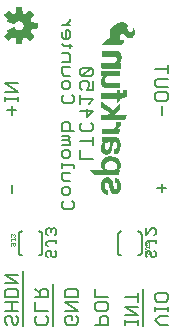
<source format=gbr>
G04 EAGLE Gerber RS-274X export*
G75*
%MOMM*%
%FSLAX34Y34*%
%LPD*%
%INSilkscreen Bottom*%
%IPPOS*%
%AMOC8*
5,1,8,0,0,1.08239X$1,22.5*%
G01*
%ADD10C,0.203200*%
%ADD11C,0.152400*%
%ADD12C,0.025400*%

G36*
X20985Y266955D02*
X20985Y266955D01*
X21093Y266969D01*
X21105Y266975D01*
X21119Y266977D01*
X21215Y267029D01*
X21312Y267076D01*
X21322Y267086D01*
X21334Y267092D01*
X21408Y267172D01*
X21485Y267248D01*
X21491Y267260D01*
X21501Y267271D01*
X21546Y267369D01*
X21594Y267466D01*
X21598Y267484D01*
X21602Y267493D01*
X21604Y267514D01*
X21623Y267611D01*
X22066Y271962D01*
X23225Y272333D01*
X23243Y272343D01*
X23340Y272381D01*
X24422Y272938D01*
X27812Y270174D01*
X27906Y270120D01*
X27998Y270063D01*
X28011Y270060D01*
X28023Y270053D01*
X28130Y270032D01*
X28235Y270007D01*
X28249Y270009D01*
X28263Y270006D01*
X28370Y270021D01*
X28478Y270031D01*
X28491Y270037D01*
X28505Y270039D01*
X28602Y270087D01*
X28701Y270132D01*
X28714Y270143D01*
X28723Y270147D01*
X28738Y270163D01*
X28815Y270225D01*
X31400Y272810D01*
X31463Y272899D01*
X31529Y272984D01*
X31534Y272997D01*
X31542Y273009D01*
X31573Y273112D01*
X31609Y273215D01*
X31609Y273229D01*
X31613Y273242D01*
X31609Y273350D01*
X31610Y273459D01*
X31605Y273472D01*
X31605Y273486D01*
X31567Y273588D01*
X31532Y273690D01*
X31523Y273705D01*
X31519Y273714D01*
X31505Y273731D01*
X31451Y273813D01*
X28687Y277203D01*
X29244Y278285D01*
X29250Y278305D01*
X29292Y278400D01*
X29663Y279559D01*
X34014Y280002D01*
X34118Y280030D01*
X34224Y280055D01*
X34236Y280062D01*
X34249Y280065D01*
X34339Y280126D01*
X34432Y280183D01*
X34440Y280194D01*
X34452Y280202D01*
X34518Y280288D01*
X34587Y280372D01*
X34591Y280385D01*
X34600Y280396D01*
X34634Y280499D01*
X34673Y280600D01*
X34674Y280618D01*
X34678Y280627D01*
X34678Y280649D01*
X34687Y280747D01*
X34687Y284403D01*
X34670Y284510D01*
X34656Y284618D01*
X34650Y284630D01*
X34648Y284644D01*
X34596Y284740D01*
X34549Y284837D01*
X34539Y284847D01*
X34533Y284859D01*
X34453Y284933D01*
X34377Y285010D01*
X34365Y285016D01*
X34355Y285026D01*
X34256Y285071D01*
X34159Y285119D01*
X34141Y285123D01*
X34132Y285127D01*
X34111Y285129D01*
X34014Y285148D01*
X29663Y285591D01*
X29292Y286750D01*
X29282Y286768D01*
X29244Y286865D01*
X28687Y287947D01*
X31451Y291337D01*
X31505Y291431D01*
X31562Y291523D01*
X31565Y291536D01*
X31572Y291548D01*
X31593Y291655D01*
X31618Y291760D01*
X31616Y291774D01*
X31619Y291788D01*
X31604Y291895D01*
X31594Y292003D01*
X31588Y292016D01*
X31586Y292030D01*
X31538Y292127D01*
X31493Y292226D01*
X31482Y292239D01*
X31478Y292248D01*
X31462Y292263D01*
X31400Y292340D01*
X28815Y294925D01*
X28726Y294988D01*
X28641Y295054D01*
X28628Y295059D01*
X28616Y295067D01*
X28513Y295098D01*
X28410Y295134D01*
X28396Y295134D01*
X28383Y295138D01*
X28275Y295134D01*
X28166Y295135D01*
X28153Y295130D01*
X28139Y295130D01*
X28037Y295092D01*
X27935Y295057D01*
X27920Y295048D01*
X27911Y295044D01*
X27894Y295030D01*
X27812Y294976D01*
X24422Y292212D01*
X23340Y292769D01*
X23320Y292775D01*
X23225Y292817D01*
X22066Y293188D01*
X21623Y297539D01*
X21595Y297643D01*
X21570Y297749D01*
X21563Y297761D01*
X21560Y297774D01*
X21499Y297864D01*
X21442Y297957D01*
X21431Y297965D01*
X21423Y297977D01*
X21337Y298043D01*
X21253Y298112D01*
X21240Y298116D01*
X21229Y298125D01*
X21126Y298159D01*
X21025Y298198D01*
X21007Y298199D01*
X20998Y298203D01*
X20976Y298203D01*
X20878Y298212D01*
X17222Y298212D01*
X17115Y298195D01*
X17007Y298181D01*
X16995Y298175D01*
X16981Y298173D01*
X16885Y298121D01*
X16788Y298074D01*
X16778Y298064D01*
X16766Y298058D01*
X16692Y297978D01*
X16615Y297902D01*
X16609Y297890D01*
X16599Y297880D01*
X16554Y297781D01*
X16506Y297684D01*
X16502Y297666D01*
X16498Y297657D01*
X16496Y297636D01*
X16477Y297539D01*
X16034Y293188D01*
X14875Y292817D01*
X14857Y292807D01*
X14760Y292769D01*
X13678Y292212D01*
X10288Y294976D01*
X10194Y295030D01*
X10102Y295087D01*
X10089Y295090D01*
X10077Y295097D01*
X9970Y295118D01*
X9865Y295143D01*
X9851Y295141D01*
X9837Y295144D01*
X9730Y295129D01*
X9622Y295119D01*
X9609Y295113D01*
X9596Y295111D01*
X9498Y295063D01*
X9399Y295018D01*
X9386Y295007D01*
X9377Y295003D01*
X9362Y294987D01*
X9285Y294925D01*
X6700Y292340D01*
X6637Y292251D01*
X6571Y292166D01*
X6566Y292153D01*
X6558Y292141D01*
X6527Y292038D01*
X6491Y291935D01*
X6491Y291921D01*
X6487Y291908D01*
X6491Y291800D01*
X6490Y291691D01*
X6495Y291678D01*
X6495Y291664D01*
X6533Y291562D01*
X6568Y291460D01*
X6577Y291445D01*
X6581Y291436D01*
X6595Y291419D01*
X6649Y291337D01*
X9413Y287947D01*
X8856Y286865D01*
X8839Y286812D01*
X8813Y286763D01*
X8802Y286697D01*
X8781Y286633D01*
X8782Y286577D01*
X8773Y286523D01*
X8784Y286456D01*
X8785Y286389D01*
X8803Y286337D01*
X8812Y286282D01*
X8844Y286222D01*
X8867Y286159D01*
X8901Y286116D01*
X8927Y286067D01*
X8976Y286020D01*
X9018Y285968D01*
X9065Y285938D01*
X9105Y285900D01*
X9210Y285843D01*
X9223Y285835D01*
X9228Y285834D01*
X9235Y285830D01*
X14432Y283677D01*
X14531Y283654D01*
X14629Y283625D01*
X14650Y283626D01*
X14670Y283621D01*
X14771Y283631D01*
X14872Y283636D01*
X14892Y283643D01*
X14913Y283645D01*
X15005Y283687D01*
X15100Y283724D01*
X15116Y283737D01*
X15135Y283746D01*
X15209Y283815D01*
X15287Y283880D01*
X15303Y283903D01*
X15313Y283913D01*
X15325Y283934D01*
X15372Y284001D01*
X15878Y284900D01*
X16522Y285587D01*
X17310Y286102D01*
X18198Y286414D01*
X19135Y286506D01*
X20067Y286373D01*
X20941Y286022D01*
X21706Y285473D01*
X22319Y284759D01*
X22744Y283919D01*
X22958Y283003D01*
X22948Y282061D01*
X22714Y281149D01*
X22271Y280319D01*
X21642Y279618D01*
X20865Y279086D01*
X19984Y278755D01*
X19049Y278642D01*
X18132Y278750D01*
X17264Y279070D01*
X16495Y279584D01*
X15868Y280263D01*
X15373Y281147D01*
X15309Y281227D01*
X15249Y281310D01*
X15233Y281322D01*
X15220Y281338D01*
X15134Y281393D01*
X15051Y281453D01*
X15032Y281459D01*
X15015Y281469D01*
X14916Y281494D01*
X14818Y281524D01*
X14798Y281523D01*
X14778Y281528D01*
X14676Y281519D01*
X14574Y281516D01*
X14549Y281508D01*
X14535Y281507D01*
X14513Y281498D01*
X14432Y281473D01*
X9235Y279320D01*
X9188Y279291D01*
X9136Y279270D01*
X9085Y279227D01*
X9028Y279191D01*
X8993Y279148D01*
X8950Y279112D01*
X8916Y279055D01*
X8873Y279003D01*
X8854Y278951D01*
X8825Y278903D01*
X8811Y278837D01*
X8787Y278774D01*
X8785Y278719D01*
X8774Y278665D01*
X8781Y278598D01*
X8779Y278531D01*
X8795Y278477D01*
X8802Y278422D01*
X8846Y278311D01*
X8850Y278297D01*
X8853Y278293D01*
X8856Y278285D01*
X9413Y277203D01*
X6649Y273813D01*
X6595Y273719D01*
X6538Y273627D01*
X6535Y273614D01*
X6528Y273602D01*
X6507Y273495D01*
X6482Y273390D01*
X6484Y273376D01*
X6481Y273362D01*
X6496Y273255D01*
X6506Y273147D01*
X6512Y273134D01*
X6514Y273121D01*
X6562Y273023D01*
X6607Y272924D01*
X6618Y272911D01*
X6622Y272902D01*
X6638Y272887D01*
X6700Y272810D01*
X9285Y270225D01*
X9374Y270162D01*
X9459Y270096D01*
X9472Y270091D01*
X9484Y270083D01*
X9587Y270052D01*
X9690Y270016D01*
X9704Y270016D01*
X9717Y270012D01*
X9825Y270016D01*
X9934Y270015D01*
X9947Y270020D01*
X9961Y270020D01*
X10063Y270058D01*
X10165Y270093D01*
X10180Y270102D01*
X10189Y270106D01*
X10206Y270120D01*
X10288Y270174D01*
X13678Y272938D01*
X14760Y272381D01*
X14780Y272375D01*
X14875Y272333D01*
X16034Y271962D01*
X16477Y267611D01*
X16505Y267507D01*
X16530Y267401D01*
X16537Y267389D01*
X16540Y267376D01*
X16601Y267286D01*
X16658Y267193D01*
X16669Y267185D01*
X16677Y267173D01*
X16763Y267107D01*
X16847Y267039D01*
X16860Y267034D01*
X16871Y267025D01*
X16974Y266991D01*
X17075Y266952D01*
X17093Y266951D01*
X17102Y266947D01*
X17124Y266948D01*
X17222Y266938D01*
X20878Y266938D01*
X20985Y266955D01*
G37*
G36*
X104094Y266577D02*
X104094Y266577D01*
X104100Y266575D01*
X104931Y266645D01*
X104942Y266651D01*
X104957Y266650D01*
X105756Y266890D01*
X105766Y266898D01*
X105780Y266900D01*
X106512Y267301D01*
X106520Y267311D01*
X106533Y267316D01*
X107083Y267786D01*
X107088Y267797D01*
X107100Y267804D01*
X107545Y268374D01*
X107548Y268386D01*
X107558Y268396D01*
X107879Y269044D01*
X107880Y269056D01*
X107888Y269068D01*
X108072Y269767D01*
X108071Y269778D01*
X108076Y269789D01*
X108149Y270729D01*
X108147Y270738D01*
X108150Y270745D01*
X108149Y270747D01*
X108149Y270749D01*
X108076Y271689D01*
X108074Y271693D01*
X108075Y271699D01*
X107999Y272182D01*
X107974Y272221D01*
X107953Y272261D01*
X107949Y272262D01*
X107947Y272265D01*
X107902Y272275D01*
X107858Y272287D01*
X107854Y272285D01*
X107850Y272286D01*
X107812Y272261D01*
X107773Y272238D01*
X107772Y272233D01*
X107769Y272231D01*
X107760Y272190D01*
X107748Y272150D01*
X107764Y271992D01*
X107736Y271854D01*
X107665Y271721D01*
X107066Y270897D01*
X107000Y270829D01*
X106952Y270779D01*
X106814Y270707D01*
X106399Y270614D01*
X105971Y270614D01*
X105555Y270707D01*
X105151Y270913D01*
X104823Y271226D01*
X104458Y271832D01*
X104251Y272510D01*
X104216Y273221D01*
X104313Y273831D01*
X104511Y274417D01*
X104804Y274960D01*
X105169Y275385D01*
X105629Y275700D01*
X106154Y275886D01*
X106710Y275929D01*
X107258Y275827D01*
X107761Y275587D01*
X108196Y275217D01*
X109737Y273764D01*
X109747Y273761D01*
X109753Y273752D01*
X111511Y272565D01*
X111524Y272563D01*
X111534Y272553D01*
X112222Y272273D01*
X112237Y272274D01*
X112252Y272265D01*
X112987Y272166D01*
X113002Y272170D01*
X113019Y272165D01*
X113756Y272252D01*
X113769Y272260D01*
X113787Y272260D01*
X114479Y272527D01*
X114490Y272538D01*
X114507Y272542D01*
X115110Y272973D01*
X115117Y272984D01*
X115129Y272989D01*
X115307Y273178D01*
X115308Y273178D01*
X115546Y273431D01*
X115547Y273431D01*
X115785Y273683D01*
X115787Y273685D01*
X115790Y273693D01*
X115798Y273698D01*
X116358Y274475D01*
X116361Y274485D01*
X116369Y274493D01*
X116757Y275273D01*
X116758Y275285D01*
X116766Y275296D01*
X116997Y276136D01*
X116996Y276148D01*
X117002Y276160D01*
X117068Y277028D01*
X117064Y277039D01*
X117068Y277050D01*
X116982Y277950D01*
X116978Y277959D01*
X116979Y277969D01*
X116759Y278847D01*
X116753Y278855D01*
X116752Y278867D01*
X116651Y279095D01*
X116499Y279451D01*
X116499Y279452D01*
X116278Y279956D01*
X116267Y279966D01*
X116262Y279983D01*
X115924Y280418D01*
X115917Y280421D01*
X115913Y280429D01*
X115888Y280454D01*
X115888Y280455D01*
X115887Y280457D01*
X115795Y280492D01*
X115706Y280451D01*
X115673Y280366D01*
X115673Y279763D01*
X115616Y279252D01*
X115477Y278762D01*
X115222Y278281D01*
X114852Y277886D01*
X114392Y277600D01*
X113873Y277443D01*
X113570Y277431D01*
X113270Y277490D01*
X112776Y277696D01*
X112318Y277979D01*
X111908Y278330D01*
X111554Y278742D01*
X110903Y279644D01*
X110654Y280132D01*
X110556Y280662D01*
X110614Y281200D01*
X110679Y281374D01*
X110927Y281735D01*
X111267Y282009D01*
X111370Y282053D01*
X111490Y282069D01*
X112370Y282069D01*
X112411Y282086D01*
X112453Y282100D01*
X112456Y282105D01*
X112461Y282107D01*
X112477Y282148D01*
X112496Y282188D01*
X112494Y282194D01*
X112496Y282199D01*
X112484Y282226D01*
X112468Y282275D01*
X111547Y283401D01*
X111535Y283407D01*
X111528Y283419D01*
X110391Y284326D01*
X110380Y284329D01*
X110372Y284338D01*
X109438Y284840D01*
X109428Y284841D01*
X109420Y284847D01*
X108423Y285205D01*
X108413Y285205D01*
X108404Y285210D01*
X107365Y285417D01*
X107354Y285415D01*
X107344Y285419D01*
X105416Y285480D01*
X105405Y285475D01*
X105393Y285478D01*
X103486Y285190D01*
X103476Y285184D01*
X103464Y285184D01*
X101640Y284556D01*
X101631Y284549D01*
X101619Y284547D01*
X99938Y283600D01*
X99932Y283592D01*
X99921Y283589D01*
X98814Y282704D01*
X98811Y282699D01*
X98806Y282696D01*
X98805Y282694D01*
X98801Y282692D01*
X98448Y282318D01*
X97972Y281813D01*
X97829Y281661D01*
X97826Y281653D01*
X97818Y281647D01*
X97001Y280490D01*
X96999Y280480D01*
X96991Y280472D01*
X96391Y279242D01*
X96390Y279231D01*
X96382Y279221D01*
X96014Y277902D01*
X96016Y277891D01*
X96010Y277880D01*
X95886Y276516D01*
X95888Y276511D01*
X95886Y276505D01*
X95886Y274230D01*
X95821Y273862D01*
X95694Y273511D01*
X95105Y272521D01*
X94323Y271667D01*
X88841Y266795D01*
X88839Y266791D01*
X88834Y266789D01*
X88818Y266747D01*
X88799Y266706D01*
X88801Y266702D01*
X88799Y266697D01*
X88818Y266656D01*
X88833Y266614D01*
X88838Y266612D01*
X88840Y266608D01*
X88913Y266579D01*
X88924Y266575D01*
X88925Y266575D01*
X104089Y266575D01*
X104094Y266577D01*
G37*
G36*
X103898Y156150D02*
X103898Y156150D01*
X103937Y156160D01*
X103943Y156169D01*
X103952Y156173D01*
X103963Y156201D01*
X103985Y156238D01*
X104721Y160124D01*
X104718Y160138D01*
X104723Y160153D01*
X104708Y160185D01*
X104700Y160220D01*
X104687Y160228D01*
X104681Y160242D01*
X104642Y160256D01*
X104617Y160272D01*
X104606Y160269D01*
X104595Y160273D01*
X102678Y160249D01*
X102827Y160383D01*
X102828Y160384D01*
X102829Y160384D01*
X103794Y161273D01*
X103796Y161279D01*
X103803Y161283D01*
X104104Y161626D01*
X104108Y161637D01*
X104118Y161645D01*
X104351Y162039D01*
X104352Y162048D01*
X104359Y162056D01*
X104892Y163377D01*
X104892Y163388D01*
X104899Y163398D01*
X105001Y163880D01*
X104998Y163892D01*
X105003Y163904D01*
X105028Y165885D01*
X105024Y165896D01*
X105026Y165908D01*
X104843Y166993D01*
X104836Y167003D01*
X104836Y167018D01*
X104436Y168042D01*
X104428Y168049D01*
X104426Y168061D01*
X103885Y168963D01*
X103879Y168968D01*
X103876Y168977D01*
X103223Y169801D01*
X103213Y169807D01*
X103208Y169817D01*
X102318Y170609D01*
X102305Y170613D01*
X102296Y170625D01*
X101255Y171204D01*
X101243Y171206D01*
X101232Y171214D01*
X99119Y171888D01*
X99108Y171887D01*
X99097Y171893D01*
X96897Y172176D01*
X96886Y172173D01*
X96874Y172177D01*
X94659Y172059D01*
X94649Y172054D01*
X94637Y172056D01*
X93261Y171733D01*
X93252Y171727D01*
X93240Y171726D01*
X91940Y171170D01*
X91932Y171162D01*
X91921Y171160D01*
X90736Y170388D01*
X90730Y170379D01*
X90719Y170374D01*
X90012Y169717D01*
X90008Y169707D01*
X89998Y169701D01*
X89413Y168933D01*
X89411Y168922D01*
X89402Y168915D01*
X88956Y168059D01*
X88955Y168048D01*
X88947Y168039D01*
X88653Y167120D01*
X88654Y167110D01*
X88648Y167100D01*
X88459Y165888D01*
X88461Y165879D01*
X88458Y165870D01*
X88441Y164643D01*
X88444Y164635D01*
X88442Y164625D01*
X88597Y163408D01*
X88602Y163398D01*
X88602Y163386D01*
X88866Y162542D01*
X88874Y162532D01*
X88877Y162517D01*
X89314Y161748D01*
X89324Y161740D01*
X89329Y161726D01*
X89919Y161066D01*
X89931Y161060D01*
X89939Y161048D01*
X90655Y160528D01*
X90657Y160527D01*
X79553Y160527D01*
X79509Y160509D01*
X79466Y160492D01*
X79465Y160490D01*
X79462Y160489D01*
X79445Y160445D01*
X79427Y160401D01*
X79428Y160399D01*
X79427Y160397D01*
X79436Y160376D01*
X79459Y160316D01*
X83193Y156176D01*
X83199Y156174D01*
X83202Y156168D01*
X83262Y156144D01*
X83283Y156135D01*
X83285Y156136D01*
X83287Y156135D01*
X103861Y156135D01*
X103898Y156150D01*
G37*
G36*
X93828Y173508D02*
X93828Y173508D01*
X93840Y173513D01*
X93855Y173511D01*
X94796Y173717D01*
X94808Y173726D01*
X94825Y173727D01*
X95687Y174156D01*
X95696Y174166D01*
X95711Y174171D01*
X96320Y174669D01*
X96324Y174677D01*
X96332Y174680D01*
X96333Y174684D01*
X96338Y174687D01*
X96836Y175297D01*
X96839Y175309D01*
X96850Y175318D01*
X97216Y176014D01*
X97217Y176025D01*
X97224Y176034D01*
X97708Y177519D01*
X97707Y177527D01*
X97712Y177536D01*
X97990Y179073D01*
X97989Y179077D01*
X97992Y179082D01*
X98220Y181288D01*
X98446Y182594D01*
X98611Y183063D01*
X98857Y183491D01*
X99118Y183775D01*
X99205Y183835D01*
X99302Y183877D01*
X99823Y183988D01*
X100354Y183988D01*
X100875Y183877D01*
X101189Y183738D01*
X101468Y183539D01*
X101702Y183286D01*
X101895Y182972D01*
X102023Y182626D01*
X102084Y182257D01*
X102134Y180902D01*
X102080Y180315D01*
X101915Y179754D01*
X101660Y179290D01*
X101304Y178900D01*
X100866Y178605D01*
X100371Y178421D01*
X99840Y178358D01*
X99797Y178358D01*
X99795Y178357D01*
X99793Y178358D01*
X99750Y178338D01*
X99706Y178320D01*
X99706Y178318D01*
X99704Y178317D01*
X99671Y178232D01*
X99671Y174091D01*
X99669Y174090D01*
X99659Y174048D01*
X99645Y174006D01*
X99648Y174000D01*
X99647Y173994D01*
X99663Y173969D01*
X99684Y173924D01*
X99709Y173899D01*
X99710Y173899D01*
X99752Y173883D01*
X99801Y173864D01*
X99802Y173864D01*
X99844Y173884D01*
X99887Y173903D01*
X100778Y174025D01*
X100789Y174031D01*
X100804Y174031D01*
X101745Y174365D01*
X101755Y174374D01*
X101769Y174377D01*
X102622Y174896D01*
X102630Y174907D01*
X102643Y174912D01*
X103373Y175595D01*
X103378Y175607D01*
X103390Y175615D01*
X103964Y176432D01*
X103967Y176444D01*
X103976Y176453D01*
X104505Y177611D01*
X104505Y177621D01*
X104512Y177630D01*
X104846Y178859D01*
X104845Y178868D01*
X104849Y178877D01*
X105063Y180617D01*
X105060Y180625D01*
X105063Y180633D01*
X105055Y182387D01*
X105052Y182394D01*
X105054Y182403D01*
X104824Y184142D01*
X104819Y184150D01*
X104820Y184161D01*
X104395Y185575D01*
X104387Y185584D01*
X104386Y185598D01*
X103692Y186901D01*
X103682Y186910D01*
X103677Y186924D01*
X103194Y187486D01*
X103180Y187493D01*
X103171Y187507D01*
X102566Y187934D01*
X102551Y187937D01*
X102539Y187949D01*
X101848Y188216D01*
X101833Y188215D01*
X101818Y188223D01*
X101083Y188314D01*
X101075Y188312D01*
X101067Y188315D01*
X96241Y188315D01*
X96239Y188314D01*
X96237Y188315D01*
X96222Y188308D01*
X96138Y188340D01*
X91800Y188315D01*
X90463Y188417D01*
X89168Y188766D01*
X88969Y188840D01*
X88944Y188839D01*
X88921Y188848D01*
X88897Y188837D01*
X88871Y188836D01*
X88854Y188817D01*
X88832Y188807D01*
X88821Y188780D01*
X88805Y188762D01*
X88807Y188743D01*
X88799Y188722D01*
X88799Y184688D01*
X88796Y184652D01*
X88805Y184624D01*
X88809Y184584D01*
X88828Y184547D01*
X88845Y184533D01*
X88850Y184522D01*
X88857Y184519D01*
X88874Y184496D01*
X88910Y184475D01*
X88927Y184472D01*
X88943Y184460D01*
X89223Y184384D01*
X89226Y184385D01*
X89229Y184383D01*
X90258Y184156D01*
X90281Y184147D01*
X90287Y184140D01*
X90289Y184132D01*
X90288Y184123D01*
X90272Y184099D01*
X89569Y183272D01*
X89565Y183261D01*
X89555Y183252D01*
X89015Y182301D01*
X89014Y182290D01*
X89006Y182280D01*
X88653Y181245D01*
X88654Y181233D01*
X88648Y181223D01*
X88407Y179605D01*
X88410Y179595D01*
X88406Y179584D01*
X88444Y177949D01*
X88449Y177938D01*
X88447Y177924D01*
X88755Y176552D01*
X88763Y176541D01*
X88764Y176526D01*
X89370Y175257D01*
X89380Y175248D01*
X89384Y175234D01*
X89726Y174786D01*
X89736Y174780D01*
X89742Y174768D01*
X90162Y174391D01*
X90173Y174387D01*
X90181Y174377D01*
X90664Y174085D01*
X90675Y174083D01*
X90685Y174075D01*
X91678Y173702D01*
X91689Y173702D01*
X91700Y173696D01*
X92744Y173507D01*
X92755Y173510D01*
X92767Y173505D01*
X93828Y173508D01*
G37*
G36*
X108198Y202650D02*
X108198Y202650D01*
X108218Y202648D01*
X108245Y202670D01*
X108270Y202680D01*
X108275Y202695D01*
X108289Y202705D01*
X110651Y206845D01*
X110655Y206880D01*
X110667Y206912D01*
X110660Y206927D01*
X110662Y206943D01*
X110640Y206970D01*
X110626Y207001D01*
X110610Y207008D01*
X110600Y207020D01*
X110573Y207022D01*
X110541Y207034D01*
X99111Y207034D01*
X104585Y212509D01*
X104587Y212512D01*
X104589Y212513D01*
X104622Y212598D01*
X104622Y217272D01*
X104622Y217274D01*
X104622Y217275D01*
X104602Y217319D01*
X104584Y217363D01*
X104582Y217363D01*
X104581Y217365D01*
X104537Y217381D01*
X104492Y217398D01*
X104490Y217397D01*
X104489Y217398D01*
X104406Y217360D01*
X98840Y211669D01*
X88945Y218266D01*
X88907Y218273D01*
X88870Y218287D01*
X88860Y218282D01*
X88848Y218284D01*
X88817Y218262D01*
X88781Y218245D01*
X88777Y218234D01*
X88768Y218228D01*
X88763Y218198D01*
X88749Y218160D01*
X88774Y213080D01*
X88781Y213063D01*
X88779Y213045D01*
X88801Y213016D01*
X88813Y212990D01*
X88825Y212985D01*
X88835Y212973D01*
X95813Y208740D01*
X95739Y208663D01*
X95617Y208537D01*
X95616Y208537D01*
X95248Y208158D01*
X95126Y208032D01*
X95003Y207906D01*
X94635Y207527D01*
X94512Y207401D01*
X94390Y207275D01*
X94206Y207085D01*
X88798Y207085D01*
X88796Y207084D01*
X88794Y207085D01*
X88751Y207065D01*
X88707Y207047D01*
X88707Y207045D01*
X88705Y207044D01*
X88672Y206959D01*
X88672Y202819D01*
X88673Y202816D01*
X88672Y202813D01*
X88709Y202730D01*
X88760Y202679D01*
X88763Y202678D01*
X88764Y202675D01*
X88849Y202642D01*
X108179Y202642D01*
X108198Y202650D01*
G37*
G36*
X104574Y229542D02*
X104574Y229542D01*
X104576Y229541D01*
X104619Y229561D01*
X104663Y229579D01*
X104663Y229581D01*
X104665Y229582D01*
X104698Y229667D01*
X104698Y233807D01*
X104697Y233809D01*
X104698Y233811D01*
X104678Y233854D01*
X104660Y233898D01*
X104658Y233898D01*
X104657Y233900D01*
X104572Y233933D01*
X94575Y233933D01*
X93745Y234082D01*
X92977Y234425D01*
X92615Y234697D01*
X92314Y235038D01*
X92089Y235433D01*
X91866Y236122D01*
X91786Y236841D01*
X91853Y237562D01*
X92065Y238253D01*
X92353Y238763D01*
X92750Y239194D01*
X93235Y239521D01*
X93785Y239730D01*
X94989Y239955D01*
X96219Y240031D01*
X104521Y240031D01*
X104523Y240032D01*
X104525Y240031D01*
X104568Y240051D01*
X104612Y240069D01*
X104612Y240071D01*
X104614Y240072D01*
X104647Y240157D01*
X104647Y244373D01*
X104646Y244375D01*
X104647Y244377D01*
X104627Y244420D01*
X104609Y244464D01*
X104607Y244464D01*
X104606Y244466D01*
X104521Y244499D01*
X88900Y244499D01*
X88898Y244498D01*
X88896Y244499D01*
X88853Y244479D01*
X88809Y244461D01*
X88809Y244459D01*
X88807Y244458D01*
X88774Y244373D01*
X88774Y240360D01*
X88775Y240358D01*
X88774Y240356D01*
X88794Y240313D01*
X88812Y240269D01*
X88814Y240269D01*
X88815Y240267D01*
X88900Y240234D01*
X90957Y240234D01*
X90316Y239727D01*
X90312Y239719D01*
X90303Y239715D01*
X90196Y239602D01*
X90076Y239476D01*
X89837Y239224D01*
X89717Y239097D01*
X89597Y238971D01*
X89518Y238888D01*
X89515Y238879D01*
X89507Y238874D01*
X88848Y237944D01*
X88846Y237935D01*
X88838Y237927D01*
X88716Y237682D01*
X88715Y237671D01*
X88708Y237662D01*
X88627Y237400D01*
X88628Y237391D01*
X88623Y237382D01*
X88400Y235904D01*
X88402Y235896D01*
X88398Y235888D01*
X88368Y234394D01*
X88372Y234384D01*
X88369Y234373D01*
X88516Y233340D01*
X88522Y233330D01*
X88522Y233316D01*
X88865Y232330D01*
X88873Y232321D01*
X88875Y232308D01*
X89401Y231406D01*
X89411Y231399D01*
X89416Y231386D01*
X89644Y231132D01*
X89655Y231126D01*
X89663Y231115D01*
X90548Y230455D01*
X90559Y230452D01*
X90568Y230442D01*
X91558Y229954D01*
X91570Y229954D01*
X91580Y229946D01*
X92643Y229646D01*
X92654Y229648D01*
X92666Y229642D01*
X93765Y229541D01*
X93771Y229543D01*
X93777Y229541D01*
X104572Y229541D01*
X104574Y229542D01*
G37*
G36*
X104548Y246738D02*
X104548Y246738D01*
X104550Y246737D01*
X104593Y246757D01*
X104637Y246775D01*
X104637Y246777D01*
X104639Y246778D01*
X104672Y246863D01*
X104672Y250901D01*
X104671Y250903D01*
X104672Y250905D01*
X104652Y250948D01*
X104634Y250992D01*
X104632Y250992D01*
X104631Y250994D01*
X104546Y251027D01*
X102478Y251027D01*
X102507Y251069D01*
X102643Y251183D01*
X103021Y251460D01*
X103023Y251464D01*
X103028Y251466D01*
X103501Y251868D01*
X103505Y251875D01*
X103513Y251879D01*
X103929Y252340D01*
X103932Y252351D01*
X103942Y252358D01*
X104509Y253256D01*
X104512Y253269D01*
X104521Y253280D01*
X104890Y254277D01*
X104890Y254289D01*
X104897Y254302D01*
X105052Y255354D01*
X105049Y255364D01*
X105053Y255375D01*
X105032Y256210D01*
X105023Y256588D01*
X105014Y256967D01*
X105003Y257381D01*
X104999Y257392D01*
X105001Y257404D01*
X104795Y258381D01*
X104787Y258393D01*
X104786Y258409D01*
X104364Y259314D01*
X104353Y259323D01*
X104349Y259338D01*
X103731Y260123D01*
X103720Y260129D01*
X103714Y260141D01*
X103139Y260630D01*
X103128Y260633D01*
X103121Y260643D01*
X102472Y261027D01*
X102461Y261029D01*
X102452Y261037D01*
X101747Y261306D01*
X101738Y261306D01*
X101729Y261311D01*
X100622Y261551D01*
X100613Y261549D01*
X100605Y261554D01*
X99476Y261644D01*
X99471Y261642D01*
X99466Y261644D01*
X88925Y261644D01*
X88923Y261643D01*
X88921Y261644D01*
X88878Y261624D01*
X88834Y261606D01*
X88834Y261604D01*
X88832Y261603D01*
X88799Y261518D01*
X88799Y257429D01*
X88800Y257427D01*
X88799Y257425D01*
X88819Y257382D01*
X88837Y257338D01*
X88839Y257338D01*
X88840Y257336D01*
X88925Y257303D01*
X98571Y257303D01*
X99289Y257238D01*
X99977Y257047D01*
X100619Y256737D01*
X101006Y256441D01*
X101315Y256067D01*
X101532Y255632D01*
X101609Y255332D01*
X101626Y255016D01*
X101576Y253911D01*
X101489Y253355D01*
X101285Y252839D01*
X100971Y252382D01*
X100402Y251865D01*
X99723Y251502D01*
X98973Y251286D01*
X98190Y251205D01*
X88824Y251205D01*
X88822Y251204D01*
X88820Y251205D01*
X88777Y251185D01*
X88733Y251167D01*
X88733Y251165D01*
X88731Y251164D01*
X88698Y251079D01*
X88698Y246863D01*
X88699Y246861D01*
X88698Y246859D01*
X88718Y246816D01*
X88736Y246772D01*
X88738Y246772D01*
X88739Y246770D01*
X88824Y246737D01*
X104546Y246737D01*
X104548Y246738D01*
G37*
G36*
X93883Y139713D02*
X93883Y139713D01*
X93913Y139716D01*
X93914Y139717D01*
X93915Y139717D01*
X93924Y139728D01*
X93937Y139733D01*
X93940Y139739D01*
X93946Y139742D01*
X93958Y139772D01*
X93974Y139792D01*
X93974Y139794D01*
X93975Y139795D01*
X93974Y139810D01*
X93979Y139822D01*
X93978Y139825D01*
X93979Y139827D01*
X93979Y143688D01*
X93978Y143690D01*
X93979Y143692D01*
X93959Y143735D01*
X93941Y143779D01*
X93939Y143779D01*
X93938Y143781D01*
X93853Y143814D01*
X93806Y143814D01*
X93309Y143843D01*
X92847Y143990D01*
X92433Y144245D01*
X91990Y144687D01*
X91653Y145214D01*
X91436Y145801D01*
X91363Y146363D01*
X91363Y147693D01*
X91437Y148296D01*
X91634Y148863D01*
X91946Y149376D01*
X92030Y149460D01*
X92154Y149587D01*
X92230Y149664D01*
X92575Y149872D01*
X92960Y149989D01*
X93364Y150006D01*
X93759Y149921D01*
X94121Y149741D01*
X94425Y149475D01*
X94656Y149139D01*
X95126Y148032D01*
X95432Y146858D01*
X96295Y143227D01*
X96300Y143220D01*
X96300Y143211D01*
X96606Y142403D01*
X96612Y142396D01*
X96614Y142386D01*
X97041Y141635D01*
X97048Y141629D01*
X97052Y141619D01*
X97589Y140942D01*
X97599Y140937D01*
X97605Y140926D01*
X97990Y140589D01*
X98003Y140585D01*
X98012Y140574D01*
X98459Y140325D01*
X98472Y140324D01*
X98483Y140315D01*
X98972Y140163D01*
X98984Y140165D01*
X98997Y140158D01*
X100133Y140053D01*
X100146Y140056D01*
X100159Y140053D01*
X101293Y140182D01*
X101304Y140188D01*
X101318Y140187D01*
X102402Y140545D01*
X102411Y140553D01*
X102425Y140555D01*
X102947Y140854D01*
X102954Y140864D01*
X102967Y140869D01*
X103422Y141263D01*
X103427Y141274D01*
X103439Y141281D01*
X103808Y141757D01*
X103811Y141768D01*
X103820Y141777D01*
X104474Y143058D01*
X104475Y143069D01*
X104482Y143079D01*
X104893Y144457D01*
X104892Y144468D01*
X104898Y144480D01*
X105053Y145909D01*
X105051Y145916D01*
X105053Y145923D01*
X105053Y147726D01*
X105051Y147732D01*
X105053Y147739D01*
X104913Y149132D01*
X104908Y149141D01*
X104909Y149152D01*
X104541Y150503D01*
X104534Y150513D01*
X104532Y150526D01*
X103994Y151623D01*
X103984Y151632D01*
X103980Y151646D01*
X103223Y152605D01*
X103213Y152611D01*
X103208Y152622D01*
X102812Y152970D01*
X102803Y152973D01*
X102797Y152982D01*
X102355Y153268D01*
X102345Y153270D01*
X102338Y153277D01*
X101550Y153633D01*
X101545Y153633D01*
X101541Y153637D01*
X100983Y153840D01*
X100963Y153839D01*
X100958Y153841D01*
X100935Y153841D01*
X100915Y153845D01*
X100901Y153836D01*
X100889Y153845D01*
X100883Y153843D01*
X100876Y153847D01*
X100165Y153923D01*
X100157Y153920D01*
X100148Y153923D01*
X100111Y153906D01*
X100071Y153894D01*
X100067Y153886D01*
X100059Y153882D01*
X100039Y153832D01*
X100026Y153806D01*
X100028Y153802D01*
X100026Y153797D01*
X100026Y149911D01*
X100044Y149867D01*
X100062Y149823D01*
X100063Y149822D01*
X100064Y149820D01*
X100083Y149813D01*
X100144Y149785D01*
X100404Y149769D01*
X100647Y149714D01*
X100999Y149564D01*
X101312Y149346D01*
X101576Y149071D01*
X101847Y148648D01*
X102036Y148181D01*
X102134Y147685D01*
X102178Y146838D01*
X102134Y145989D01*
X102049Y145540D01*
X101892Y145116D01*
X101697Y144815D01*
X101429Y144582D01*
X101087Y144427D01*
X100715Y144379D01*
X100346Y144444D01*
X99985Y144628D01*
X99692Y144911D01*
X99276Y145586D01*
X99004Y146338D01*
X98600Y148361D01*
X98599Y148362D01*
X98599Y148363D01*
X98218Y150086D01*
X98213Y150093D01*
X98213Y150102D01*
X97603Y151758D01*
X97597Y151764D01*
X97596Y151774D01*
X97191Y152530D01*
X97184Y152536D01*
X97181Y152545D01*
X96673Y153237D01*
X96663Y153242D01*
X96658Y153254D01*
X96308Y153586D01*
X96296Y153591D01*
X96287Y153602D01*
X95875Y153854D01*
X95861Y153856D01*
X95849Y153866D01*
X94846Y154203D01*
X94831Y154202D01*
X94817Y154210D01*
X93762Y154304D01*
X93753Y154301D01*
X93742Y154304D01*
X92701Y154228D01*
X92693Y154224D01*
X92683Y154225D01*
X92019Y154083D01*
X92009Y154076D01*
X91996Y154075D01*
X91371Y153809D01*
X91362Y153801D01*
X91350Y153798D01*
X90786Y153419D01*
X90779Y153409D01*
X90768Y153404D01*
X90025Y152678D01*
X90021Y152668D01*
X90015Y152666D01*
X90015Y152664D01*
X90010Y152662D01*
X89404Y151818D01*
X89402Y151808D01*
X89393Y151799D01*
X88942Y150864D01*
X88941Y150853D01*
X88934Y150843D01*
X88652Y149843D01*
X88653Y149835D01*
X88648Y149826D01*
X88466Y148512D01*
X88468Y148505D01*
X88465Y148499D01*
X88418Y147172D01*
X88420Y147166D01*
X88418Y147159D01*
X88596Y144593D01*
X88601Y144584D01*
X88599Y144574D01*
X88811Y143653D01*
X88819Y143642D01*
X88820Y143628D01*
X89217Y142771D01*
X89224Y142765D01*
X89226Y142756D01*
X89988Y141562D01*
X89994Y141558D01*
X89997Y141549D01*
X90428Y141034D01*
X90439Y141029D01*
X90445Y141017D01*
X90969Y140597D01*
X90980Y140593D01*
X90989Y140583D01*
X91585Y140274D01*
X91594Y140273D01*
X91602Y140266D01*
X92872Y139834D01*
X92882Y139835D01*
X92891Y139830D01*
X93475Y139728D01*
X93482Y139729D01*
X93488Y139726D01*
X93844Y139701D01*
X93851Y139703D01*
X93857Y139701D01*
X93883Y139713D01*
G37*
G36*
X101859Y216917D02*
X101859Y216917D01*
X101860Y216917D01*
X101943Y216954D01*
X104610Y219621D01*
X104612Y219624D01*
X104614Y219625D01*
X104647Y219710D01*
X104647Y220956D01*
X104978Y220956D01*
X104980Y220957D01*
X104987Y220957D01*
X104988Y220956D01*
X107122Y221133D01*
X107132Y221138D01*
X107144Y221137D01*
X107711Y221285D01*
X107720Y221292D01*
X107732Y221293D01*
X108263Y221542D01*
X108271Y221550D01*
X108283Y221553D01*
X108760Y221893D01*
X108766Y221903D01*
X108778Y221909D01*
X109488Y222652D01*
X109492Y222663D01*
X109503Y222671D01*
X110053Y223539D01*
X110055Y223551D01*
X110064Y223561D01*
X110433Y224519D01*
X110433Y224532D01*
X110440Y224543D01*
X110614Y225556D01*
X110612Y225566D01*
X110616Y225577D01*
X110616Y227127D01*
X110615Y227130D01*
X110616Y227134D01*
X110540Y228451D01*
X110540Y228473D01*
X110539Y228475D01*
X110540Y228477D01*
X110520Y228520D01*
X110502Y228564D01*
X110500Y228564D01*
X110499Y228566D01*
X110414Y228599D01*
X107391Y228599D01*
X107389Y228598D01*
X107387Y228599D01*
X107344Y228579D01*
X107300Y228561D01*
X107300Y228559D01*
X107298Y228558D01*
X107265Y228473D01*
X107265Y228397D01*
X107267Y228392D01*
X107265Y228385D01*
X107291Y228105D01*
X107376Y227190D01*
X107293Y226290D01*
X107196Y226008D01*
X107026Y225768D01*
X106794Y225586D01*
X106371Y225411D01*
X105909Y225348D01*
X104647Y225348D01*
X104647Y228194D01*
X104646Y228196D01*
X104647Y228198D01*
X104627Y228241D01*
X104609Y228285D01*
X104607Y228285D01*
X104606Y228287D01*
X104521Y228320D01*
X101854Y228320D01*
X101852Y228319D01*
X101850Y228320D01*
X101807Y228300D01*
X101763Y228282D01*
X101763Y228280D01*
X101761Y228279D01*
X101728Y228194D01*
X101728Y225322D01*
X88824Y225322D01*
X88822Y225321D01*
X88820Y225322D01*
X88777Y225302D01*
X88733Y225284D01*
X88733Y225282D01*
X88731Y225281D01*
X88698Y225196D01*
X88698Y221031D01*
X88699Y221029D01*
X88698Y221027D01*
X88718Y220984D01*
X88736Y220940D01*
X88738Y220940D01*
X88739Y220938D01*
X88824Y220905D01*
X101704Y220905D01*
X101728Y217042D01*
X101728Y217041D01*
X101748Y216996D01*
X101767Y216952D01*
X101768Y216951D01*
X101813Y216934D01*
X101859Y216917D01*
X101859Y216917D01*
G37*
G36*
X103810Y190806D02*
X103810Y190806D01*
X103848Y190822D01*
X103887Y190832D01*
X103892Y190841D01*
X103901Y190844D01*
X103912Y190873D01*
X103934Y190910D01*
X104620Y194771D01*
X104617Y194784D01*
X104622Y194797D01*
X104607Y194831D01*
X104598Y194867D01*
X104587Y194874D01*
X104581Y194886D01*
X104540Y194902D01*
X104514Y194918D01*
X104505Y194916D01*
X104496Y194919D01*
X101716Y194919D01*
X101731Y194966D01*
X101999Y195145D01*
X103041Y195831D01*
X103045Y195836D01*
X103052Y195839D01*
X103435Y196155D01*
X103442Y196168D01*
X103455Y196176D01*
X103757Y196570D01*
X103758Y196575D01*
X103762Y196578D01*
X104347Y197467D01*
X104348Y197470D01*
X104351Y197473D01*
X104704Y198084D01*
X104706Y198096D01*
X104715Y198107D01*
X104938Y198777D01*
X104937Y198789D01*
X104943Y198801D01*
X105027Y199502D01*
X105024Y199512D01*
X105028Y199524D01*
X104952Y200896D01*
X104931Y200939D01*
X104911Y200982D01*
X104909Y200983D01*
X104909Y200984D01*
X104891Y200990D01*
X104826Y201015D01*
X100965Y201015D01*
X100963Y201014D01*
X100961Y201015D01*
X100918Y200995D01*
X100874Y200977D01*
X100874Y200975D01*
X100872Y200974D01*
X100839Y200889D01*
X100839Y200863D01*
X100843Y200854D01*
X100840Y200843D01*
X100865Y200691D01*
X100867Y200688D01*
X100866Y200685D01*
X100991Y200088D01*
X100991Y198563D01*
X100899Y198021D01*
X100718Y197503D01*
X100454Y197024D01*
X99894Y196357D01*
X99202Y195832D01*
X98409Y195471D01*
X97590Y195271D01*
X96744Y195198D01*
X88925Y195198D01*
X88923Y195197D01*
X88921Y195198D01*
X88878Y195178D01*
X88834Y195160D01*
X88834Y195158D01*
X88832Y195157D01*
X88799Y195072D01*
X88799Y190906D01*
X88800Y190904D01*
X88799Y190902D01*
X88819Y190859D01*
X88837Y190815D01*
X88839Y190814D01*
X88840Y190812D01*
X88925Y190780D01*
X103810Y190806D01*
G37*
%LPC*%
G36*
X95439Y160375D02*
X95439Y160375D01*
X94670Y160499D01*
X93995Y160724D01*
X93983Y160723D01*
X93971Y160729D01*
X93934Y160734D01*
X93907Y160726D01*
X93896Y160726D01*
X93883Y160754D01*
X93863Y160798D01*
X93862Y160798D01*
X93862Y160799D01*
X93777Y160832D01*
X93739Y160832D01*
X93680Y160844D01*
X93620Y160886D01*
X93619Y160886D01*
X93618Y160887D01*
X93542Y160938D01*
X93536Y160939D01*
X93531Y160945D01*
X92967Y161244D01*
X92498Y161656D01*
X92135Y162165D01*
X91845Y162843D01*
X91693Y163565D01*
X91687Y164475D01*
X91866Y165366D01*
X92204Y166105D01*
X92720Y166731D01*
X93378Y167203D01*
X94139Y167492D01*
X96086Y167796D01*
X98057Y167793D01*
X99027Y167602D01*
X99926Y167199D01*
X100712Y166602D01*
X101342Y165843D01*
X101602Y165343D01*
X101758Y164801D01*
X101804Y164234D01*
X101753Y163159D01*
X101679Y162787D01*
X101517Y162449D01*
X100961Y161737D01*
X100281Y161139D01*
X99574Y160726D01*
X98800Y160459D01*
X97985Y160349D01*
X95439Y160375D01*
G37*
%LPD*%
%LPC*%
G36*
X92828Y177850D02*
X92828Y177850D01*
X92520Y177921D01*
X92235Y178056D01*
X91985Y178247D01*
X91688Y178609D01*
X91485Y179030D01*
X91388Y179491D01*
X91338Y181019D01*
X91487Y182061D01*
X91609Y182383D01*
X91794Y182674D01*
X92121Y183012D01*
X92365Y183265D01*
X92513Y183418D01*
X92732Y183568D01*
X92981Y183675D01*
X93146Y183722D01*
X94216Y183929D01*
X95305Y183999D01*
X96139Y183999D01*
X96141Y184000D01*
X96143Y183999D01*
X96186Y184019D01*
X96188Y184019D01*
X96241Y183999D01*
X96533Y183999D01*
X96406Y183857D01*
X96401Y183842D01*
X96388Y183831D01*
X96281Y183624D01*
X96280Y183612D01*
X96272Y183602D01*
X95984Y182638D01*
X95985Y182630D01*
X95981Y182623D01*
X95812Y181631D01*
X95813Y181627D01*
X95810Y181623D01*
X95658Y180180D01*
X95553Y179630D01*
X95356Y179112D01*
X95072Y178638D01*
X94828Y178370D01*
X94530Y178166D01*
X93988Y177946D01*
X93413Y177839D01*
X92828Y177850D01*
G37*
%LPD*%
D10*
X67064Y36709D02*
X68843Y34930D01*
X68843Y31371D01*
X67064Y29591D01*
X59946Y29591D01*
X58166Y31371D01*
X58166Y34930D01*
X59946Y36709D01*
X63505Y36709D01*
X63505Y33150D01*
X68843Y41285D02*
X58166Y41285D01*
X58166Y48403D02*
X68843Y41285D01*
X68843Y48403D02*
X58166Y48403D01*
X58166Y52979D02*
X68843Y52979D01*
X58166Y52979D02*
X58166Y58318D01*
X59946Y60097D01*
X67064Y60097D01*
X68843Y58318D01*
X68843Y52979D01*
X22098Y75351D02*
X22098Y28575D01*
X18043Y34930D02*
X16264Y36709D01*
X18043Y34930D02*
X18043Y31371D01*
X16264Y29591D01*
X14484Y29591D01*
X12705Y31371D01*
X12705Y34930D01*
X10925Y36709D01*
X9146Y36709D01*
X7366Y34930D01*
X7366Y31371D01*
X9146Y29591D01*
X7366Y41285D02*
X18043Y41285D01*
X12705Y41285D02*
X12705Y48403D01*
X18043Y48403D02*
X7366Y48403D01*
X7366Y52979D02*
X18043Y52979D01*
X7366Y52979D02*
X7366Y58318D01*
X9146Y60097D01*
X16264Y60097D01*
X18043Y58318D01*
X18043Y52979D01*
X18043Y64673D02*
X7366Y64673D01*
X7366Y71791D02*
X18043Y64673D01*
X18043Y71791D02*
X7366Y71791D01*
X83566Y29591D02*
X94243Y29591D01*
X94243Y34930D01*
X92464Y36709D01*
X88905Y36709D01*
X87125Y34930D01*
X87125Y29591D01*
X94243Y43064D02*
X94243Y46624D01*
X94243Y43064D02*
X92464Y41285D01*
X85346Y41285D01*
X83566Y43064D01*
X83566Y46624D01*
X85346Y48403D01*
X92464Y48403D01*
X94243Y46624D01*
X94243Y52979D02*
X83566Y52979D01*
X83566Y60097D01*
X47498Y63657D02*
X47498Y28575D01*
X43443Y34930D02*
X41664Y36709D01*
X43443Y34930D02*
X43443Y31371D01*
X41664Y29591D01*
X34546Y29591D01*
X32766Y31371D01*
X32766Y34930D01*
X34546Y36709D01*
X32766Y41285D02*
X43443Y41285D01*
X32766Y41285D02*
X32766Y48403D01*
X32766Y52979D02*
X43443Y52979D01*
X43443Y58318D01*
X41664Y60097D01*
X38105Y60097D01*
X36325Y58318D01*
X36325Y52979D01*
X36325Y56538D02*
X32766Y60097D01*
X123698Y59759D02*
X123698Y28575D01*
X108966Y29591D02*
X108966Y33150D01*
X108966Y31371D02*
X119643Y31371D01*
X119643Y33150D02*
X119643Y29591D01*
X119643Y37387D02*
X108966Y37387D01*
X108966Y44505D02*
X119643Y37387D01*
X119643Y44505D02*
X108966Y44505D01*
X108966Y52640D02*
X119643Y52640D01*
X119643Y49081D02*
X119643Y56199D01*
X137925Y29591D02*
X145043Y29591D01*
X137925Y29591D02*
X134366Y33150D01*
X137925Y36709D01*
X145043Y36709D01*
X134366Y41285D02*
X134366Y44844D01*
X134366Y43064D02*
X145043Y43064D01*
X145043Y41285D02*
X145043Y44844D01*
X145043Y50860D02*
X145043Y54420D01*
X145043Y50860D02*
X143264Y49081D01*
X136146Y49081D01*
X134366Y50860D01*
X134366Y54420D01*
X136146Y56199D01*
X143264Y56199D01*
X145043Y54420D01*
X81543Y169983D02*
X70866Y169983D01*
X70866Y177101D01*
X70866Y185236D02*
X81543Y185236D01*
X81543Y181677D02*
X81543Y188795D01*
X81543Y198710D02*
X79764Y200489D01*
X81543Y198710D02*
X81543Y195151D01*
X79764Y193371D01*
X72646Y193371D01*
X70866Y195151D01*
X70866Y198710D01*
X72646Y200489D01*
X70866Y210404D02*
X81543Y210404D01*
X76205Y205065D01*
X76205Y212183D01*
X77984Y216759D02*
X81543Y220318D01*
X70866Y220318D01*
X70866Y216759D02*
X70866Y223877D01*
X81543Y228453D02*
X81543Y235571D01*
X81543Y228453D02*
X76205Y228453D01*
X77984Y232012D01*
X77984Y233791D01*
X76205Y235571D01*
X72646Y235571D01*
X70866Y233791D01*
X70866Y230232D01*
X72646Y228453D01*
X72646Y240147D02*
X79764Y240147D01*
X81543Y241926D01*
X81543Y245485D01*
X79764Y247265D01*
X72646Y247265D01*
X70866Y245485D01*
X70866Y241926D01*
X72646Y240147D01*
X79764Y247265D01*
X63889Y134569D02*
X65668Y132790D01*
X65668Y129231D01*
X63889Y127451D01*
X56771Y127451D01*
X54991Y129231D01*
X54991Y132790D01*
X56771Y134569D01*
X54991Y140925D02*
X54991Y144484D01*
X56771Y146263D01*
X60330Y146263D01*
X62109Y144484D01*
X62109Y140925D01*
X60330Y139145D01*
X56771Y139145D01*
X54991Y140925D01*
X56771Y150839D02*
X62109Y150839D01*
X56771Y150839D02*
X54991Y152619D01*
X54991Y157957D01*
X62109Y157957D01*
X65668Y162533D02*
X65668Y164313D01*
X54991Y164313D01*
X54991Y166092D02*
X54991Y162533D01*
X54991Y172108D02*
X54991Y175668D01*
X56771Y177447D01*
X60330Y177447D01*
X62109Y175668D01*
X62109Y172108D01*
X60330Y170329D01*
X56771Y170329D01*
X54991Y172108D01*
X54991Y182023D02*
X62109Y182023D01*
X62109Y183802D01*
X60330Y185582D01*
X54991Y185582D01*
X60330Y185582D02*
X62109Y187362D01*
X60330Y189141D01*
X54991Y189141D01*
X54991Y193717D02*
X65668Y193717D01*
X54991Y193717D02*
X54991Y199055D01*
X56771Y200835D01*
X60330Y200835D01*
X62109Y199055D01*
X62109Y193717D01*
X65668Y222443D02*
X63889Y224223D01*
X65668Y222443D02*
X65668Y218884D01*
X63889Y217105D01*
X56771Y217105D01*
X54991Y218884D01*
X54991Y222443D01*
X56771Y224223D01*
X54991Y230578D02*
X54991Y234137D01*
X56771Y235917D01*
X60330Y235917D01*
X62109Y234137D01*
X62109Y230578D01*
X60330Y228799D01*
X56771Y228799D01*
X54991Y230578D01*
X56771Y240493D02*
X62109Y240493D01*
X56771Y240493D02*
X54991Y242272D01*
X54991Y247611D01*
X62109Y247611D01*
X62109Y252187D02*
X54991Y252187D01*
X62109Y252187D02*
X62109Y257525D01*
X60330Y259305D01*
X54991Y259305D01*
X56771Y265660D02*
X63889Y265660D01*
X56771Y265660D02*
X54991Y267440D01*
X62109Y267440D02*
X62109Y263881D01*
X54991Y273456D02*
X54991Y277015D01*
X54991Y273456D02*
X56771Y271677D01*
X60330Y271677D01*
X62109Y273456D01*
X62109Y277015D01*
X60330Y278795D01*
X58550Y278795D01*
X58550Y271677D01*
X54991Y283371D02*
X62109Y283371D01*
X58550Y283371D02*
X62109Y286930D01*
X62109Y288709D01*
X12705Y214509D02*
X12705Y207391D01*
X16264Y210950D02*
X9146Y210950D01*
X7366Y219085D02*
X7366Y222644D01*
X7366Y220864D02*
X18043Y220864D01*
X18043Y219085D02*
X18043Y222644D01*
X18043Y226881D02*
X7366Y226881D01*
X7366Y233999D02*
X18043Y226881D01*
X18043Y233999D02*
X7366Y233999D01*
X139705Y214509D02*
X139705Y207391D01*
X145043Y220864D02*
X145043Y224424D01*
X145043Y220864D02*
X143264Y219085D01*
X136146Y219085D01*
X134366Y220864D01*
X134366Y224424D01*
X136146Y226203D01*
X143264Y226203D01*
X145043Y224424D01*
X145043Y230779D02*
X136146Y230779D01*
X134366Y232558D01*
X134366Y236118D01*
X136146Y237897D01*
X145043Y237897D01*
X145043Y246032D02*
X134366Y246032D01*
X145043Y242473D02*
X145043Y249591D01*
D11*
X133377Y92249D02*
X134818Y90809D01*
X134818Y87928D01*
X133377Y86487D01*
X131937Y86487D01*
X130496Y87928D01*
X130496Y90809D01*
X129056Y92249D01*
X127615Y92249D01*
X126175Y90809D01*
X126175Y87928D01*
X127615Y86487D01*
X127615Y95842D02*
X126175Y97283D01*
X126175Y98723D01*
X127615Y100164D01*
X134818Y100164D01*
X134818Y101604D02*
X134818Y98723D01*
X126175Y105197D02*
X126175Y110960D01*
X131937Y110960D02*
X126175Y105197D01*
X131937Y110960D02*
X133377Y110960D01*
X134818Y109519D01*
X134818Y106638D01*
X133377Y105197D01*
D10*
X12705Y140716D02*
X12705Y147834D01*
X139705Y148840D02*
X139705Y141722D01*
X143264Y145281D02*
X136146Y145281D01*
D11*
X50680Y90809D02*
X49240Y92249D01*
X50680Y90809D02*
X50680Y87928D01*
X49240Y86487D01*
X47799Y86487D01*
X46359Y87928D01*
X46359Y90809D01*
X44918Y92249D01*
X43478Y92249D01*
X42037Y90809D01*
X42037Y87928D01*
X43478Y86487D01*
X43478Y95842D02*
X42037Y97283D01*
X42037Y98723D01*
X43478Y100164D01*
X50680Y100164D01*
X50680Y101604D02*
X50680Y98723D01*
X49240Y105197D02*
X50680Y106638D01*
X50680Y109519D01*
X49240Y110960D01*
X47799Y110960D01*
X46359Y109519D01*
X46359Y108079D01*
X46359Y109519D02*
X44918Y110960D01*
X43478Y110960D01*
X42037Y109519D01*
X42037Y106638D01*
X43478Y105197D01*
D10*
X102713Y106425D02*
X102713Y90425D01*
X119713Y108425D02*
X119811Y108443D01*
X119911Y108457D01*
X120010Y108467D01*
X120110Y108473D01*
X120210Y108475D01*
X120310Y108473D01*
X120410Y108467D01*
X120510Y108458D01*
X120609Y108444D01*
X120708Y108427D01*
X120806Y108405D01*
X120903Y108380D01*
X120998Y108351D01*
X121093Y108318D01*
X121186Y108282D01*
X121278Y108242D01*
X121368Y108198D01*
X121457Y108151D01*
X121543Y108101D01*
X121627Y108047D01*
X121710Y107990D01*
X121790Y107929D01*
X121867Y107866D01*
X121942Y107799D01*
X122014Y107730D01*
X122084Y107658D01*
X122150Y107583D01*
X122214Y107506D01*
X122274Y107426D01*
X122332Y107344D01*
X122386Y107260D01*
X122437Y107173D01*
X122484Y107085D01*
X122528Y106995D01*
X122568Y106903D01*
X122604Y106810D01*
X122637Y106716D01*
X122667Y106620D01*
X122692Y106523D01*
X122713Y106425D01*
X122713Y90425D02*
X122692Y90327D01*
X122667Y90230D01*
X122637Y90134D01*
X122604Y90040D01*
X122568Y89947D01*
X122528Y89855D01*
X122484Y89765D01*
X122437Y89677D01*
X122386Y89590D01*
X122332Y89506D01*
X122274Y89424D01*
X122214Y89344D01*
X122150Y89267D01*
X122084Y89192D01*
X122014Y89120D01*
X121942Y89051D01*
X121867Y88984D01*
X121790Y88921D01*
X121710Y88860D01*
X121627Y88803D01*
X121543Y88749D01*
X121457Y88699D01*
X121368Y88652D01*
X121278Y88608D01*
X121186Y88568D01*
X121093Y88532D01*
X120998Y88499D01*
X120903Y88470D01*
X120806Y88445D01*
X120708Y88423D01*
X120609Y88406D01*
X120510Y88392D01*
X120410Y88383D01*
X120310Y88377D01*
X120210Y88375D01*
X120110Y88377D01*
X120010Y88383D01*
X119911Y88393D01*
X119811Y88407D01*
X119713Y88425D01*
X105713Y88425D02*
X105615Y88407D01*
X105515Y88393D01*
X105416Y88383D01*
X105316Y88377D01*
X105216Y88375D01*
X105116Y88377D01*
X105016Y88383D01*
X104916Y88392D01*
X104817Y88406D01*
X104718Y88423D01*
X104620Y88445D01*
X104523Y88470D01*
X104428Y88499D01*
X104333Y88532D01*
X104240Y88568D01*
X104148Y88608D01*
X104058Y88652D01*
X103969Y88699D01*
X103883Y88749D01*
X103799Y88803D01*
X103716Y88860D01*
X103636Y88921D01*
X103559Y88984D01*
X103484Y89051D01*
X103412Y89120D01*
X103342Y89192D01*
X103276Y89267D01*
X103212Y89344D01*
X103152Y89424D01*
X103094Y89506D01*
X103040Y89590D01*
X102989Y89677D01*
X102942Y89765D01*
X102898Y89855D01*
X102858Y89947D01*
X102822Y90040D01*
X102789Y90134D01*
X102759Y90230D01*
X102734Y90327D01*
X102713Y90425D01*
X102713Y106425D02*
X102734Y106523D01*
X102759Y106620D01*
X102789Y106716D01*
X102822Y106810D01*
X102858Y106903D01*
X102898Y106995D01*
X102942Y107085D01*
X102989Y107173D01*
X103040Y107260D01*
X103094Y107344D01*
X103152Y107426D01*
X103212Y107506D01*
X103276Y107583D01*
X103342Y107658D01*
X103412Y107730D01*
X103484Y107799D01*
X103559Y107866D01*
X103636Y107929D01*
X103716Y107990D01*
X103799Y108047D01*
X103883Y108101D01*
X103969Y108151D01*
X104058Y108198D01*
X104148Y108242D01*
X104240Y108282D01*
X104333Y108318D01*
X104428Y108351D01*
X104523Y108380D01*
X104620Y108405D01*
X104718Y108427D01*
X104817Y108444D01*
X104916Y108458D01*
X105016Y108467D01*
X105116Y108473D01*
X105216Y108475D01*
X105316Y108473D01*
X105416Y108467D01*
X105515Y108457D01*
X105615Y108443D01*
X105713Y108425D01*
X122713Y106425D02*
X122713Y90425D01*
D12*
X128717Y92014D02*
X129353Y91379D01*
X129353Y90108D01*
X128717Y89472D01*
X128082Y89472D01*
X127446Y90108D01*
X127446Y91379D01*
X126811Y92014D01*
X126175Y92014D01*
X125540Y91379D01*
X125540Y90108D01*
X126175Y89472D01*
X126175Y93214D02*
X125540Y93850D01*
X125540Y94485D01*
X126175Y95121D01*
X129353Y95121D01*
X129353Y95756D02*
X129353Y94485D01*
X125540Y96956D02*
X125540Y99498D01*
X125540Y96956D02*
X128082Y99498D01*
X128717Y99498D01*
X129353Y98863D01*
X129353Y97592D01*
X128717Y96956D01*
X104546Y246863D02*
X88824Y246863D01*
X104546Y246863D02*
X104546Y250901D01*
X102337Y250901D01*
X102337Y250977D01*
X102339Y251005D01*
X102343Y251033D01*
X102352Y251060D01*
X102363Y251086D01*
X102377Y251111D01*
X102394Y251134D01*
X102413Y251155D01*
X102462Y251199D01*
X102513Y251242D01*
X102565Y251282D01*
X102946Y251562D01*
X103044Y251637D01*
X103141Y251715D01*
X103236Y251796D01*
X103328Y251879D01*
X103419Y251964D01*
X103507Y252052D01*
X103592Y252142D01*
X103676Y252234D01*
X103756Y252328D01*
X103835Y252425D01*
X103835Y252424D02*
X103920Y252535D01*
X104001Y252647D01*
X104080Y252762D01*
X104155Y252879D01*
X104227Y252997D01*
X104296Y253118D01*
X104361Y253240D01*
X104424Y253365D01*
X104482Y253491D01*
X104538Y253618D01*
X104589Y253747D01*
X104638Y253877D01*
X104682Y254009D01*
X104723Y254141D01*
X104761Y254275D01*
X104795Y254410D01*
X104825Y254545D01*
X104851Y254682D01*
X104874Y254819D01*
X104893Y254956D01*
X104908Y255095D01*
X104920Y255233D01*
X104927Y255372D01*
X104937Y255707D01*
X104940Y256041D01*
X104935Y256376D01*
X104923Y256710D01*
X104904Y257044D01*
X104877Y257378D01*
X104863Y257508D01*
X104845Y257638D01*
X104823Y257766D01*
X104798Y257894D01*
X104768Y258021D01*
X104735Y258148D01*
X104698Y258273D01*
X104657Y258397D01*
X104613Y258520D01*
X104565Y258641D01*
X104513Y258761D01*
X104458Y258879D01*
X104399Y258996D01*
X104337Y259110D01*
X104272Y259223D01*
X104203Y259334D01*
X104130Y259443D01*
X104055Y259549D01*
X103976Y259653D01*
X103895Y259755D01*
X103810Y259854D01*
X103722Y259951D01*
X103632Y260045D01*
X103542Y260133D01*
X103449Y260219D01*
X103355Y260302D01*
X103258Y260382D01*
X103158Y260459D01*
X103057Y260534D01*
X102953Y260606D01*
X102848Y260674D01*
X102740Y260740D01*
X102631Y260803D01*
X102520Y260862D01*
X102407Y260919D01*
X102293Y260972D01*
X102177Y261022D01*
X102060Y261068D01*
X101942Y261112D01*
X101822Y261151D01*
X101702Y261188D01*
X101503Y261243D01*
X101303Y261292D01*
X101102Y261337D01*
X100900Y261377D01*
X100697Y261412D01*
X100493Y261442D01*
X100288Y261467D01*
X100083Y261488D01*
X99878Y261503D01*
X99672Y261513D01*
X99466Y261518D01*
X88925Y261518D01*
X88925Y257429D01*
X98577Y257429D01*
X98700Y257427D01*
X98823Y257422D01*
X98946Y257412D01*
X99069Y257400D01*
X99190Y257383D01*
X99312Y257363D01*
X99433Y257339D01*
X99553Y257311D01*
X99672Y257280D01*
X99790Y257246D01*
X99907Y257208D01*
X100023Y257166D01*
X100137Y257121D01*
X100250Y257072D01*
X100362Y257020D01*
X100472Y256965D01*
X100580Y256907D01*
X100686Y256845D01*
X100763Y256797D01*
X100838Y256745D01*
X100911Y256691D01*
X100981Y256634D01*
X101050Y256574D01*
X101116Y256511D01*
X101179Y256446D01*
X101240Y256378D01*
X101297Y256308D01*
X101352Y256236D01*
X101404Y256161D01*
X101454Y256085D01*
X101499Y256006D01*
X101542Y255926D01*
X101582Y255844D01*
X101618Y255761D01*
X101651Y255676D01*
X101675Y255605D01*
X101696Y255534D01*
X101714Y255461D01*
X101728Y255388D01*
X101740Y255314D01*
X101748Y255240D01*
X101753Y255165D01*
X101754Y255091D01*
X101752Y255016D01*
X101753Y255016D02*
X101703Y253898D01*
X101702Y253898D02*
X101695Y253801D01*
X101686Y253704D01*
X101673Y253608D01*
X101656Y253512D01*
X101635Y253416D01*
X101612Y253322D01*
X101584Y253228D01*
X101553Y253136D01*
X101519Y253045D01*
X101481Y252955D01*
X101441Y252867D01*
X101396Y252780D01*
X101349Y252695D01*
X101298Y252611D01*
X101245Y252530D01*
X101188Y252451D01*
X101129Y252373D01*
X101067Y252299D01*
X101066Y252298D02*
X100995Y252219D01*
X100922Y252141D01*
X100845Y252066D01*
X100767Y251994D01*
X100686Y251924D01*
X100603Y251857D01*
X100518Y251793D01*
X100431Y251731D01*
X100341Y251673D01*
X100250Y251617D01*
X100157Y251564D01*
X100063Y251514D01*
X99967Y251468D01*
X99869Y251424D01*
X99770Y251384D01*
X99771Y251384D02*
X99655Y251341D01*
X99537Y251301D01*
X99419Y251264D01*
X99299Y251231D01*
X99179Y251201D01*
X99058Y251174D01*
X98936Y251150D01*
X98814Y251130D01*
X98691Y251113D01*
X98568Y251099D01*
X98444Y251089D01*
X98320Y251083D01*
X98196Y251079D01*
X97854Y251077D01*
X97512Y251079D01*
X97511Y251079D02*
X88824Y251079D01*
X88824Y246863D01*
D10*
X38575Y106425D02*
X38575Y90425D01*
X21575Y88425D02*
X21477Y88407D01*
X21377Y88393D01*
X21278Y88383D01*
X21178Y88377D01*
X21078Y88375D01*
X20978Y88377D01*
X20878Y88383D01*
X20778Y88392D01*
X20679Y88406D01*
X20580Y88423D01*
X20482Y88445D01*
X20385Y88470D01*
X20290Y88499D01*
X20195Y88532D01*
X20102Y88568D01*
X20010Y88608D01*
X19920Y88652D01*
X19831Y88699D01*
X19745Y88749D01*
X19661Y88803D01*
X19578Y88860D01*
X19498Y88921D01*
X19421Y88984D01*
X19346Y89051D01*
X19274Y89120D01*
X19204Y89192D01*
X19138Y89267D01*
X19074Y89344D01*
X19014Y89424D01*
X18956Y89506D01*
X18902Y89590D01*
X18851Y89677D01*
X18804Y89765D01*
X18760Y89855D01*
X18720Y89947D01*
X18684Y90040D01*
X18651Y90134D01*
X18621Y90230D01*
X18596Y90327D01*
X18575Y90425D01*
X18575Y106425D02*
X18596Y106523D01*
X18621Y106620D01*
X18651Y106716D01*
X18684Y106810D01*
X18720Y106903D01*
X18760Y106995D01*
X18804Y107085D01*
X18851Y107173D01*
X18902Y107260D01*
X18956Y107344D01*
X19014Y107426D01*
X19074Y107506D01*
X19138Y107583D01*
X19204Y107658D01*
X19274Y107730D01*
X19346Y107799D01*
X19421Y107866D01*
X19498Y107929D01*
X19578Y107990D01*
X19661Y108047D01*
X19745Y108101D01*
X19831Y108151D01*
X19920Y108198D01*
X20010Y108242D01*
X20102Y108282D01*
X20195Y108318D01*
X20290Y108351D01*
X20385Y108380D01*
X20482Y108405D01*
X20580Y108427D01*
X20679Y108444D01*
X20778Y108458D01*
X20878Y108467D01*
X20978Y108473D01*
X21078Y108475D01*
X21178Y108473D01*
X21278Y108467D01*
X21377Y108457D01*
X21477Y108443D01*
X21575Y108425D01*
X35575Y108425D02*
X35673Y108443D01*
X35773Y108457D01*
X35872Y108467D01*
X35972Y108473D01*
X36072Y108475D01*
X36172Y108473D01*
X36272Y108467D01*
X36372Y108458D01*
X36471Y108444D01*
X36570Y108427D01*
X36668Y108405D01*
X36765Y108380D01*
X36860Y108351D01*
X36955Y108318D01*
X37048Y108282D01*
X37140Y108242D01*
X37230Y108198D01*
X37319Y108151D01*
X37405Y108101D01*
X37489Y108047D01*
X37572Y107990D01*
X37652Y107929D01*
X37729Y107866D01*
X37804Y107799D01*
X37876Y107730D01*
X37946Y107658D01*
X38012Y107583D01*
X38076Y107506D01*
X38136Y107426D01*
X38194Y107344D01*
X38248Y107260D01*
X38299Y107173D01*
X38346Y107085D01*
X38390Y106995D01*
X38430Y106903D01*
X38466Y106810D01*
X38499Y106716D01*
X38529Y106620D01*
X38554Y106523D01*
X38575Y106425D01*
X38575Y90425D02*
X38554Y90327D01*
X38529Y90230D01*
X38499Y90134D01*
X38466Y90040D01*
X38430Y89947D01*
X38390Y89855D01*
X38346Y89765D01*
X38299Y89677D01*
X38248Y89590D01*
X38194Y89506D01*
X38136Y89424D01*
X38076Y89344D01*
X38012Y89267D01*
X37946Y89192D01*
X37876Y89120D01*
X37804Y89051D01*
X37729Y88984D01*
X37652Y88921D01*
X37572Y88860D01*
X37489Y88803D01*
X37405Y88749D01*
X37319Y88699D01*
X37230Y88652D01*
X37140Y88608D01*
X37048Y88568D01*
X36955Y88532D01*
X36860Y88499D01*
X36765Y88470D01*
X36668Y88445D01*
X36570Y88423D01*
X36471Y88406D01*
X36372Y88392D01*
X36272Y88383D01*
X36172Y88377D01*
X36072Y88375D01*
X35972Y88377D01*
X35872Y88383D01*
X35773Y88393D01*
X35673Y88407D01*
X35575Y88425D01*
X18575Y90425D02*
X18575Y106425D01*
D12*
X15116Y98948D02*
X15751Y98312D01*
X15751Y97041D01*
X15116Y96406D01*
X14480Y96406D01*
X13845Y97041D01*
X13845Y98312D01*
X13209Y98948D01*
X12574Y98948D01*
X11938Y98312D01*
X11938Y97041D01*
X12574Y96406D01*
X12574Y100148D02*
X11938Y100783D01*
X11938Y101419D01*
X12574Y102054D01*
X15751Y102054D01*
X15751Y101419D02*
X15751Y102690D01*
X15116Y103890D02*
X15751Y104525D01*
X15751Y105797D01*
X15116Y106432D01*
X14480Y106432D01*
X13845Y105797D01*
X13845Y105161D01*
X13845Y105797D02*
X13209Y106432D01*
X12574Y106432D01*
X11938Y105797D01*
X11938Y104525D01*
X12574Y103890D01*
M02*

</source>
